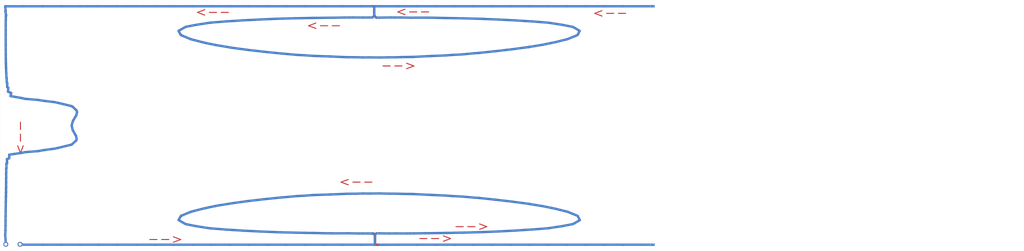
<source format=kicad_pcb>
(kicad_pcb (version 20240108) (generator "pcbnew") (generator_version "8.0")
  (layers (0 "F.Cu" signal) (31 "B.Cu" signal) (34 "B.Paste" user) (35 "F.Paste" user) (36 "B.SilkS" user "B.Silkscreen") (37 "F.SilkS" user "F.Silkscreen") (38 "B.Mask" user) (39 "F.Mask" user) (44 "Edge.Cuts" user))
  (net 0 "")
  (footprint "Connector_Wire:SolderWirePad_1x01_SMD_5x10mm" (layer "F.Cu") (at -205 -250 90)
    (property "Reference" "REF**" (at 0 -3.81 90) (layer "F.SilkS"))
    (property "Value" "SolderWirePad_1x01_SMD_5x10mm")
    (pad "1" smd rect (at 0 0 90) (size 5 10) (layers "B.Cu" "F.Paste" "F.Mask"))
  )
  (footprint "Edge.Cuts" (layer "F.Cu") (at 0 0)
    (property "Reference" "Edge.Cuts" (hide yes))
    (property "Value" "" (hide yes))
    (fp_line (start -1573 -255) (end -1573 255) (stroke (width 0.15)) (layer "Edge.Cuts"))
    (fp_line (start -1573 255) (end 1573 255) (stroke (width 0.15)) (layer "Edge.Cuts"))
    (fp_line (start 1573 -255) (end -1573 -255) (stroke (width 0.15)) (layer "Edge.Cuts"))
    (fp_line (start 1573 255) (end 1573 -255) (stroke (width 0.15)) (layer "Edge.Cuts"))
  )
  (footprint "Connector_Wire:SolderWirePad_1x01_SMD_5x10mm" (layer "F.Cu") (at -205 250 90)
    (property "Reference" "REF**" (at 0 -3.81 90) (layer "F.SilkS"))
    (property "Value" "SolderWirePad_1x01_SMD_5x10mm")
    (pad "1" smd rect (at 0 0 90) (size 5 10) (layers "B.Cu" "F.Paste" "F.Mask"))
  )
  (footprint "Connector:Banana_Jack_2Pin" (layer "F.Cu") (at -1560.9316 249.2248)
    (property "Reference" "REF**" (at 14.985 -6.24 0) (layer "F.SilkS"))
    (property "Value" "Banana_Jack_2Pin")
    (fp_line (start 0 5.25) (end 30 5.25) (stroke (width 0.12)) (layer "F.SilkS"))
    (fp_line (start 30 -5.25) (end 0 -5.25) (stroke (width 0.12)) (layer "F.SilkS"))
    (fp_arc (start 0 5.25) (mid -5.25 0) (end 0 -5.25) (stroke (width 0.12)) (layer "F.SilkS"))
    (fp_arc (start 30 -5.25) (mid 35.25 0) (end 30 5.25) (stroke (width 0.12)) (layer "F.SilkS"))
    (pad "1" thru_hole circle (at 0 0) (size 10.16 10.16) (drill 6.1) (layers "*.Cu" "*.Mask"))
    (pad "2" thru_hole circle (at 29.97 0) (size 10.16 10.16) (drill 6.1) (layers "*.Cu" "*.Mask"))
  )
  (gr_text "-->" (at -623 202 180) (layer "F.Cu") (effects (font (size 20 20) (thickness 2)) (justify left bottom mirror)))
  (gr_text "-->" (at -668 -228 0) (layer "F.Cu") (effects (font (size 20 20) (thickness 2)) (justify left bottom mirror)))
  (gr_text "-->" (at -855 -199 0) (layer "F.Cu") (effects (font (size 20 20) (thickness 2)) (justify left bottom mirror)))
  (gr_text "-->" (at -776 -135 180) (layer "F.Cu") (effects (font (size 20 20) (thickness 2)) (justify left bottom mirror)))
  (gr_text "-->" (at -1265 229 180) (layer "F.Cu") (effects (font (size 20 20) (thickness 2)) (justify left bottom mirror)))
  (gr_text "-->" (at -1520 -13 90) (layer "F.Cu") (effects (font (size 20 20) (thickness 2)) (justify left bottom mirror)))
  (gr_text "-->" (at -1088 -227 0) (layer "F.Cu") (effects (font (size 20 20) (thickness 2)) (justify left bottom mirror)))
  (gr_text "-->" (at -255 -225 0) (layer "F.Cu") (effects (font (size 20 20) (thickness 2)) (justify left bottom mirror)))
  (gr_text "-->" (at -787 129 0) (layer "F.Cu") (effects (font (size 20 20) (thickness 2)) (justify left bottom mirror)))
  (gr_text "-->" (at -699 227 180) (layer "F.Cu") (effects (font (size 20 20) (thickness 2)) (justify left bottom mirror)))
  (segment (start -788.3144 -230.632) (end -788.3144 -230.886) (width 5) (layer "F.Cu") (net 0))
  (segment (start -788.3144 -249.9868) (end -788.2636 -250.0376) (width 5) (layer "F.Cu") (net 0))
  (segment (start -783.7424 -226.06) (end -788.3144 -230.632) (width 5) (layer "F.Cu") (net 0))
  (segment (start -788.2636 -250.0376) (end -793.9532 -250.0376) (width 5) (layer "F.Cu") (net 0))
  (segment (start -786.7396 250.0884) (end -776.5796 250.0884) (width 5) (layer "F.Cu") (net 0))
  (segment (start -793.9532 -250.0376) (end -794.0548 -250.0376) (width 5) (layer "F.Cu") (net 0))
  (segment (start -788.3144 -230.886) (end -788.3144 -249.9868) (width 5) (layer "F.Cu") (net 0))
  (segment (start -786.7396 229.616) (end -786.7396 250.0884) (width 5) (layer "F.Cu") (net 0))
  (segment (start -789.8384 226.5172) (end -786.7396 229.616) (width 5) (layer "F.Cu") (net 0))
  (segment (start -792.5816 226.5172) (end -789.8384 226.5172) (width 5) (layer "F.Cu") (net 0))
  (segment (start -618.21 -225.0226) (end -638.45 -225.31) (width 5) (layer "B.Cu") (net 0))
  (segment (start -394.47 -211.1791) (end -423.02 -215.58) (width 5) (layer "B.Cu") (net 0))
  (segment (start -1561.37 190.1341) (end -1561.43 199.88) (width 5) (layer "B.Cu") (net 0))
  (segment (start -1447.61 -46.5628) (end -1423.73 -40.78) (width 5) (layer "B.Cu") (net 0))
  (segment (start -979.99 -150.712) (end -950.1 -148.01) (width 5) (layer "B.Cu") (net 0))
  (segment (start -984.74 -151.0561) (end -979.99 -150.71) (width 5) (layer "B.Cu") (net 0))
  (segment (start -1530.9616 249.2248) (end -1522.96 249.98) (width 5) (layer "B.Cu") (net 0))
  (segment (start -894.72 -249.9972) (end -933.97 -250) (width 5) (layer "B.Cu") (net 0))
  (segment (start -1012.05 153.9083) (end -1019.39 154.64) (width 5) (layer "B.Cu") (net 0))
  (segment (start -855.45 249.9973) (end -855.43 250) (width 5) (layer "B.Cu") (net 0))
  (segment (start -1092.7 -163.9799) (end -1088.45 -163.27) (width 5) (layer "B.Cu") (net 0))
  (segment (start -266.38 249.9944) (end -227.13 249.99) (width 5) (layer "B.Cu") (net 0))
  (segment (start -344.94 249.9961) (end -344.92 250) (width 5) (layer "B.Cu") (net 0))
  (segment (start -776.3764 250.1392) (end -737.63 250) (width 5) (layer "B.Cu") (net 0))
  (segment (start -713.19 226.3793) (end -704.03 226.34) (width 5) (layer "B.Cu") (net 0))
  (segment (start -368.74 -205.2108) (end -372.87 -206.98) (width 5) (layer "B.Cu") (net 0))
  (segment (start -1420.66 9.5516) (end -1420.05 10.54) (width 5) (layer "B.Cu") (net 0))
  (segment (start -880.82 144.6974) (end -882.4 144.78) (width 5) (layer "B.Cu") (net 0))
  (segment (start -1191.55 188.7632) (end -1193.71 189.77) (width 5) (layer "B.Cu") (net 0))
  (segment (start -915.46 -145.9101) (end -882.25 -144.8) (width 5) (layer "B.Cu") (net 0))
  (segment (start -855.43 249.9973) (end -816.18 250) (width 5) (layer "B.Cu") (net 0))
  (segment (start -851.05 -226.4) (end -872.57 -226.02) (width 5) (layer "B.Cu") (net 0))
  (segment (start -698.35 -249.9973) (end -698.36 -250) (width 5) (layer "B.Cu") (net 0))
  (segment (start -947.55 224.8347) (end -933.72 225.2) (width 5) (layer "B.Cu") (net 0))
  (segment (start -498.77 -159.8223) (end -472.74 -163.4) (width 5) (layer "B.Cu") (net 0))
  (segment (start -1553.69 68.7562) (end -1558.46 70.55) (width 5) (layer "B.Cu") (net 0))
  (segment (start -1146.48 -174.1036) (end -1140.23 -172.71) (width 5) (layer "B.Cu") (net 0))
  (segment (start -979.87 150.7295) (end -984.74 151.09) (width 5) (layer "B.Cu") (net 0))
  (segment (start -462.73 -249.9966) (end -462.75 -250) (width 5) (layer "B.Cu") (net 0))
  (segment (start -742.26 143.0286) (end -756.74 142.98) (width 5) (layer "B.Cu") (net 0))
  (segment (start -580.56 249.9972) (end -580.54 250) (width 5) (layer "B.Cu") (net 0))
  (segment (start -601.34 224.6733) (end -599.18 224.64) (width 5) (layer "B.Cu") (net 0))
  (segment (start -472.74 -163.4043) (end -463.54 -164.57) (width 5) (layer "B.Cu") (net 0))
  (segment (start -1195.38 -192.4342) (end -1193.85 -189.77) (width 5) (layer "B.Cu") (net 0))
  (segment (start -1483.72 -249.9858) (end -1483.8 -249.98) (width 5) (layer "B.Cu") (net 0))
  (segment (start -1522.97 -249.9766) (end -1523.14 -249.94) (width 5) (layer "B.Cu") (net 0))
  (segment (start -776.91 -249.9973) (end -788.416 -249.998091) (width 5) (layer "B.Cu") (net 0))
  (segment (start -1130.72 -215.7508) (end -1132.58 -215.58) (width 5) (layer "B.Cu") (net 0))
  (segment (start -372.66 206.9754) (end -368.58 205.28) (width 5) (layer "B.Cu") (net 0))
  (segment (start -463.18 164.4894) (end -498.47 159.78) (width 5) (layer "B.Cu") (net 0))
  (segment (start -1481.46 -51.6746) (end -1458.37 -48.97) (width 5) (layer "B.Cu") (net 0))
  (segment (start -619.83 -249.9972) (end -659.08 -250) (width 5) (layer "B.Cu") (net 0))
  (segment (start -1422.77 -0.1399) (end -1422.77 0.14) (width 5) (layer "B.Cu") (net 0))
  (segment (start -1088.45 -163.2665) (end -1058.8 -159.24) (width 5) (layer "B.Cu") (net 0))
  (segment (start -462.2 164.6602) (end -463.18 164.49) (width 5) (layer "B.Cu") (net 0))
  (segment (start -640 225.408) (end -635.33 225.35) (width 5) (layer "B.Cu") (net 0))
  (segment (start -1198.7 -198.3704) (end -1195.38 -192.43) (width 5) (layer "B.Cu") (net 0))
  (segment (start -1135.65 171.8571) (end -1147.91 174.55) (width 5) (layer "B.Cu") (net 0))
  (segment (start -1169.59 -249.9964) (end -1169.61 -250) (width 5) (layer "B.Cu") (net 0))
  (segment (start -1051.8 -249.9968) (end -1091.05 -250) (width 5) (layer "B.Cu") (net 0))
  (segment (start -1493.01 -53.5706) (end -1481.46 -51.67) (width 5) (layer "B.Cu") (net 0))
  (segment (start -357.53 -198.3704) (end -368.74 -205.21) (width 5) (layer "B.Cu") (net 0))
  (segment (start -1171.18 -180.4781) (end -1163.66 -178.53) (width 5) (layer "B.Cu") (net 0))
  (segment (start -1412.64 -31.6131) (end -1411.51 -28.22) (width 5) (layer "B.Cu") (net 0))
  (segment (start -1405.2 -249.9919) (end -1405.24 -249.99) (width 5) (layer "B.Cu") (net 0))
  (segment (start -1560.78 159.7805) (end -1560.96 160.19) (width 5) (layer "B.Cu") (net 0))
  (segment (start -915.38 225.4342) (end -893.25 226.01) (width 5) (layer "B.Cu") (net 0))
  (segment (start -994.08 223.6701) (end -992.13 223.76) (width 5) (layer "B.Cu") (net 0))
  (segment (start -266.38 -249.9944) (end -266.4 -250) (width 5) (layer "B.Cu") (net 0))
  (segment (start -1559.43 89.5858) (end -1560.18 90.31) (width 5) (layer "B.Cu") (net 0))
  (segment (start -1173.5 -181.1606) (end -1171.18 -180.48) (width 5) (layer "B.Cu") (net 0))
  (segment (start -742.31 226.3392) (end -720.84 226.47) (width 5) (layer "B.Cu") (net 0))
  (segment (start -1054.03 158.6308) (end -1058.77 159.34) (width 5) (layer "B.Cu") (net 0))
  (segment (start -1560.02 109.6713) (end -1560.32 110.29) (width 5) (layer "B.Cu") (net 0))
  (segment (start -742.26 -142.9556) (end -731.47 -143.38) (width 5) (layer "B.Cu") (net 0))
  (segment (start -1561.15 -199.8341) (end -1561.17 -190.16) (width 5) (layer "B.Cu") (net 0))
  (segment (start -603.69 149.0763) (end -624.99 148) (width 5) (layer "B.Cu") (net 0))
  (segment (start -604.85 -224.6929) (end -618.21 -225.02) (width 5) (layer "B.Cu") (net 0))
  (segment (start -1091.07 -249.9966) (end -1130.32 -250) (width 5) (layer "B.Cu") (net 0))
  (segment (start -383.53 180.7904) (end -387.2 179.9) (width 5) (layer "B.Cu") (net 0))
  (segment (start -1560.15 -230.3264) (end -1560.83 -229.79) (width 5) (layer "B.Cu") (net 0))
  (segment (start -1444.46 -249.9895) (end -1444.52 -249.99) (width 5) (layer "B.Cu") (net 0))
  (segment (start -1115.03 167.7066) (end -1122.7 169.18) (width 5) (layer "B.Cu") (net 0))
  (segment (start -1019.39 -154.6127) (end -1011.38 -153.81) (width 5) (layer "B.Cu") (net 0))
  (segment (start -1012.51 -249.9971) (end -1012.52 -250) (width 5) (layer "B.Cu") (net 0))
  (segment (start -361.9 -189.7655) (end -360.71 -191.52) (width 5) (layer "B.Cu") (net 0))
  (segment (start -510.23 -158.5649) (end -499.77 -159.66) (width 5) (layer "B.Cu") (net 0))
  (segment (start -1561 169.8126) (end -1561.15 170.17) (width 5) (layer "B.Cu") (net 0))
  (segment (start -1133.45 215.5803) (end -1130.88 215.82) (width 5) (layer "B.Cu") (net 0))
  (segment (start -562.16 223.5871) (end -559.32 223.46) (width 5) (layer "B.Cu") (net 0))
  (segment (start -952.15 -224.8414) (end -955.04 -224.8) (width 5) (layer "B.Cu") (net 0))
  (segment (start -526.37 222.1762) (end -515.9 221.59) (width 5) (layer "B.Cu") (net 0))
  (segment (start -423.46 -249.9964) (end -423.48 -250) (width 5) (layer "B.Cu") (net 0))
  (segment (start -1561.17 -209.8374) (end -1561.14 -200.17) (width 5) (layer "B.Cu") (net 0))
  (segment (start -382.85 -181.1606) (end -363.11 -189.1) (width 5) (layer "B.Cu") (net 0))
  (segment (start -1414.73 -18.6892) (end -1419.41 -10.63) (width 5) (layer "B.Cu") (net 0))
  (segment (start -1561.07 -179.8226) (end -1561.17 -170.16) (width 5) (layer "B.Cu") (net 0))
  (segment (start -816.16 249.9973) (end -786.6888 249.999327) (width 5) (layer "B.Cu") (net 0))
  (segment (start -417.24 172.8118) (end -432.54 169.62) (width 5) (layer "B.Cu") (net 0))
  (segment (start -894.7 249.9973) (end -855.45 250) (width 5) (layer "B.Cu") (net 0))
  (segment (start -1405.2 249.9919) (end -1365.97 249.99) (width 5) (layer "B.Cu") (net 0))
  (segment (start -491.34 -220.3445) (end -515.79 -221.54) (width 5) (layer "B.Cu") (net 0))
  (segment (start -600.45 -224.631) (end -604.85 -224.69) (width 5) (layer "B.Cu") (net 0))
  (segment (start -457.04 218.1566) (end -423.91 215.58) (width 5) (layer "B.Cu") (net 0))
  (segment (start -1423.04 40.1007) (end -1423.73 40.34) (width 5) (layer "B.Cu") (net 0))
  (segment (start -541.27 -249.9969) (end -541.29 -250) (width 5) (layer "B.Cu") (net 0))
  (segment (start -1121.28 -168.8543) (end -1098.27 -164.95) (width 5) (layer "B.Cu") (net 0))
  (segment (start -1560.18 90.3064) (end -1559.86 99.65) (width 5) (layer "B.Cu") (net 0))
  (segment (start -1413 -21.5606) (end -1414.73 -18.69) (width 5) (layer "B.Cu") (net 0))
  (segment (start -737.63 249.9973) (end -737.62 250) (width 5) (layer "B.Cu") (net 0))
  (segment (start -559.3 -223.4515) (end -562.04 -223.58) (width 5) (layer "B.Cu") (net 0))
  (segment (start -1481.51 51.6676) (end -1493.01 53.75) (width 5) (layer "B.Cu") (net 0))
  (segment (start -720.84 226.4735) (end -713.19 226.38) (width 5) (layer "B.Cu") (net 0))
  (segment (start -1027.89 -222.2845) (end -1037.79 -221.75) (width 5) (layer "B.Cu") (net 0))
  (segment (start -1415.52 18.8039) (end -1413.79 21.45) (width 5) (layer "B.Cu") (net 0))
  (segment (start -1173.23 181.1606) (end -1191.55 188.76) (width 5) (layer "B.Cu") (net 0))
  (segment (start -462.75 -249.9968) (end -502 -250) (width 5) (layer "B.Cu") (net 0))
  (segment (start -368.58 205.2799) (end -357.11 198.37) (width 5) (layer "B.Cu") (net 0))
  (segment (start -753.12 -226.509) (end -776.9 -226.24) (width 5) (layer "B.Cu") (net 0))
  (segment (start -825.51 143.0447) (end -846.18 143.25) (width 5) (layer "B.Cu") (net 0))
  (segment (start -797.96 -226.5033) (end -811.3 -226.38) (width 5) (layer "B.Cu") (net 0))
  (segment (start -1129.8 -215.8163) (end -1130.72 -215.75) (width 5) (layer "B.Cu") (net 0))
  (segment (start -1160.22 211.4353) (end -1133.45 215.58) (width 5) (layer "B.Cu") (net 0))
  (segment (start -1193.85 -189.7655) (end -1191.62 -188.73) (width 5) (layer "B.Cu") (net 0))
  (segment (start -1557.86 -89.3585) (end -1558.04 -80.61) (width 5) (layer "B.Cu") (net 0))
  (segment (start -783.7424 -226.06) (end -783.8164 -226.24) (width 5) (layer "B.Cu") (net 0))
  (segment (start -418.61 -172.7053) (end -408.78 -174.65) (width 5) (layer "B.Cu") (net 0))
  (segment (start -423.6 -215.6339) (end -456.92 -218.21) (width 5) (layer "B.Cu") (net 0))
  (segment (start -1560.2 129.6969) (end -1560.39 130.27) (width 5) (layer "B.Cu") (net 0))
  (segment (start -384.19 249.9961) (end -344.94 250) (width 5) (layer "B.Cu") (net 0))
  (segment (start -1560.1 -110.3172) (end -1559.76 -109.63) (width 5) (layer "B.Cu") (net 0))
  (segment (start -1287.42 -249.9944) (end -1326.66 -249.99) (width 5) (layer "B.Cu") (net 0))
  (segment (start -950.1 -148.0143) (end -934.84 -147.26) (width 5) (layer "B.Cu") (net 0))
  (segment (start -1553.62 61.2533) (end -1553.69 68.76) (width 5) (layer "B.Cu") (net 0))
  (segment (start -792.5816 226.5172) (end -792.5816 226.6696) (width 5) (layer "B.Cu") (net 0))
  (segment (start -360.71 -191.5226) (end -357.53 -198.37) (width 5) (layer "B.Cu") (net 0))
  (segment (start -1448.74 46.3999) (end -1458.37 48.58) (width 5) (layer "B.Cu") (net 0))
  (segment (start -973.24 249.9972) (end -933.98 250) (width 5) (layer "B.Cu") (net 0))
  (segment (start -1560.33 120.2845) (end -1560.2 129.7) (width 5) (layer "B.Cu") (net 0))
  (segment (start -502.02 -249.9969) (end -541.27 -250) (width 5) (layer "B.Cu") (net 0))
  (segment (start -1559.63 -100.3851) (end -1559.03 -99.53) (width 5) (layer "B.Cu") (net 0))
  (segment (start -1522.96 249.9758) (end -1483.81 249.98) (width 5) (layer "B.Cu") (net 0))
  (segment (start -1012.52 249.997) (end -1012.51 250) (width 5) (layer "B.Cu") (net 0))
  (segment (start -1248.13 249.9957) (end -1208.88 250) (width 5) (layer "B.Cu") (net 0))
  (segment (start -384.21 249.9964) (end -384.19 250) (width 5) (layer "B.Cu") (net 0))
  (segment (start -1559 -90.4763) (end -1557.86 -89.36) (width 5) (layer "B.Cu") (net 0))
  (segment (start -1551 -61.6327) (end -1527.66 -57.56) (width 5) (layer "B.Cu") (net 0))
  (segment (start -534.41 -155.7253) (end -510.23 -158.56) (width 5) (layer "B.Cu") (net 0))
  (segment (start -363.11 -189.0974) (end -361.9 -189.77) (width 5) (layer "B.Cu") (net 0))
  (segment (start -1098.27 -164.9539) (end -1092.7 -163.98) (width 5) (layer "B.Cu") (net 0))
  (segment (start -668.69 145.6546) (end -672.98 145.39) (width 5) (layer "B.Cu") (net 0))
  (segment (start -776.9 226.2277) (end -756.49 226.47) (width 5) (layer "B.Cu") (net 0))
  (segment (start -638.33 146.9457) (end -668.69 145.65) (width 5) (layer "B.Cu") (net 0))
  (segment (start -1097.61 218.4148) (end -1082.72 219.28) (width 5) (layer "B.Cu") (net 0))
  (segment (start -382.41 181.1606) (end -383.53 180.79) (width 5) (layer "B.Cu") (net 0))
  (segment (start -1208.86 -249.9961) (end -1208.88 -250) (width 5) (layer "B.Cu") (net 0))
  (segment (start -227.13 -249.9944) (end -266.38 -249.99) (width 5) (layer "B.Cu") (net 0))
  (segment (start -846.18 143.2516) (end -878.39 144.63) (width 5) (layer "B.Cu") (net 0))
  (segment (start -266.4 249.9951) (end -266.38 249.99) (width 5) (layer "B.Cu") (net 0))
  (segment (start -1560.9316 249.2248) (end -1561.41 239.87) (width 5) (layer "B.Cu") (net 0))
  (segment (start -811.54 142.6195) (end -825.51 143.04) (width 5) (layer "B.Cu") (net 0))
  (segment (start -840.49 -226.4385) (end -851.05 -226.4) (width 5) (layer "B.Cu") (net 0))
  (segment (start -1520.98 55.9662) (end -1527.66 57.48) (width 5) (layer "B.Cu") (net 0))
  (segment (start -1560.54 140.2538) (end -1560.54 149.75) (width 5) (layer "B.Cu") (net 0))
  (segment (start -1082.83 -219.2282) (end -1097.5 -218.37) (width 5) (layer "B.Cu") (net 0))
  (segment (start -833.14 -226.5309) (end -840.49 -226.44) (width 5) (layer "B.Cu") (net 0))
  (segment (start -1458.37 48.5784) (end -1481.51 51.67) (width 5) (layer "B.Cu") (net 0))
  (segment (start -662.87 -225.9546) (end -672.16 -226.09) (width 5) (layer "B.Cu") (net 0))
  (segment (start -1130.32 249.9966) (end -1091.07 250) (width 5) (layer "B.Cu") (net 0))
  (segment (start -991.97 -223.7785) (end -994.05 -223.68) (width 5) (layer "B.Cu") (net 0))
  (segment (start -1195.17 192.3426) (end -1198.58 198.37) (width 5) (layer "B.Cu") (net 0))
  (segment (start -816.16 -249.9973) (end -816.18 -250) (width 5) (layer "B.Cu") (net 0))
  (segment (start -1561.7 219.9142) (end -1561.56 220.09) (width 5) (layer "B.Cu") (net 0))
  (segment (start -1560.47 -120.2638) (end -1560.26 -119.71) (width 5) (layer "B.Cu") (net 0))
  (segment (start -559.32 223.4624) (end -526.37 222.18) (width 5) (layer "B.Cu") (net 0))
  (segment (start -1020.82 -154.8004) (end -1019.39 -154.61) (width 5) (layer "B.Cu") (net 0))
  (segment (start -680.03 -226.169) (end -711.03 -226.05) (width 5) (layer "B.Cu") (net 0))
  (segment (start -973.26 249.9971) (end -973.24 250) (width 5) (layer "B.Cu") (net 0))
  (segment (start -1561.15 170.1661) (end -1561.18 179.84) (width 5) (layer "B.Cu") (net 0))
  (segment (start -737.63 -249.9973) (end -776.89 -250) (width 5) (layer "B.Cu") (net 0))
  (segment (start -541.27 249.9969) (end -502.02 250) (width 5) (layer "B.Cu") (net 0))
  (segment (start -952.78 224.766) (end -947.55 224.83) (width 5) (layer "B.Cu") (net 0))
  (segment (start -1560.11 119.6837) (end -1560.33 120.28) (width 5) (layer "B.Cu") (net 0))
  (segment (start -1561.19 -240.1279) (end -1561.8 -239.92) (width 5) (layer "B.Cu") (net 0))
  (segment (start -1413.32 31.5148) (end -1422.44 39.81) (width 5) (layer "B.Cu") (net 0))
  (segment (start -1560.96 -140.1932) (end -1560.81 -139.79) (width 5) (layer "B.Cu") (net 0))
  (segment (start -811.02 226.437) (end -801.37 226.52) (width 5) (layer "B.Cu") (net 0))
  (segment (start -1091.07 249.9966) (end -1091.05 250) (width 5) (layer "B.Cu") (net 0))
  (segment (start -1561.03 -169.8173) (end -1561.15 -160.17) (width 5) (layer "B.Cu") (net 0))
  (segment (start -1560.93 -149.8028) (end -1560.96 -140.19) (width 5) (layer "B.Cu") (net 0))
  (segment (start -305.65 -249.9951) (end -305.67 -250) (width 5) (layer "B.Cu") (net 0))
  (segment (start -1458.37 -48.9714) (end -1447.61 -46.56) (width 5) (layer "B.Cu") (net 0))
  (segment (start -1444.52 249.9853) (end -1444.46 249.99) (width 5) (layer "B.Cu") (net 0))
  (segment (start -1287.4 249.9951) (end -1248.15 250) (width 5) (layer "B.Cu") (net 0))
  (segment (start -1523.14 -249.9412) (end -1562.07 -249.94) (width 5) (layer "B.Cu") (net 0))
  (segment (start -344.94 -249.9961) (end -384.19 -250) (width 5) (layer "B.Cu") (net 0))
  (segment (start -1037.7 221.789) (end -1027.98 222.33) (width 5) (layer "B.Cu") (net 0))
  (segment (start -1058.77 159.3356) (end -1084.88 162.87) (width 5) (layer "B.Cu") (net 0))
  (segment (start -463.24 -164.6053) (end -462.72 -164.69) (width 5) (layer "B.Cu") (net 0))
  (segment (start -1444.46 249.9895) (end -1405.24 249.99) (width 5) (layer "B.Cu") (net 0))
  (segment (start -383.63 -180.8987) (end -382.85 -181.16) (width 5) (layer "B.Cu") (net 0))
  (segment (start -1420.09 -9.4684) (end -1422.77 -0.14) (width 5) (layer "B.Cu") (net 0))
  (segment (start -668.24 -145.723) (end -638.33 -146.91) (width 5) (layer "B.Cu") (net 0))
  (segment (start -423.29 215.497) (end -394.54 211.15) (width 5) (layer "B.Cu") (net 0))
  (segment (start -1405.24 249.9895) (end -1405.2 249.99) (width 5) (layer "B.Cu") (net 0))
  (segment (start -1365.93 -249.9934) (end -1365.97 -249.99) (width 5) (layer "B.Cu") (net 0))
  (segment (start -1011.38 -153.8097) (end -984.74 -151.06) (width 5) (layer "B.Cu") (net 0))
  (segment (start -980.14 -224.1852) (end -991.97 -223.78) (width 5) (layer "B.Cu") (net 0))
  (segment (start -1560.6 -129.7546) (end -1560.47 -120.26) (width 5) (layer "B.Cu") (net 0))
  (segment (start -1097.5 -218.3676) (end -1129.8 -215.82) (width 5) (layer "B.Cu") (net 0))
  (segment (start -1444.52 -249.9858) (end -1483.72 -249.99) (width 5) (layer "B.Cu") (net 0))
  (segment (start -462.75 249.9968) (end -462.73 250) (width 5) (layer "B.Cu") (net 0))
  (segment (start -955.04 -224.7992) (end -980.14 -224.19) (width 5) (layer "B.Cu") (net 0))
  (segment (start -917.48 -225.4919) (end -952.15 -224.84) (width 5) (layer "B.Cu") (net 0))
  (segment (start -1287.42 249.9944) (end -1287.4 250) (width 5) (layer "B.Cu") (net 0))
  (segment (start -786.6888 229.2096) (end -783.7092 226.23) (width 5) (layer "B.Cu") (net 0))
  (segment (start -1422.77 0.1401) (end -1420.66 9.55) (width 5) (layer "B.Cu") (net 0))
  (segment (start -1561.08 -150.1751) (end -1560.93 -149.8) (width 5) (layer "B.Cu") (net 0))
  (segment (start -635.33 225.3471) (end -601.34 224.67) (width 5) (layer "B.Cu") (net 0))
  (segment (start -580.54 249.9971) (end -541.29 250) (width 5) (layer "B.Cu") (net 0))
  (segment (start -737.62 249.9973) (end -698.36 250) (width 5) (layer "B.Cu") (net 0))
  (segment (start -994.05 -223.6823) (end -1027.89 -222.28) (width 5) (layer "B.Cu") (net 0))
  (segment (start -933.97 -249.9972) (end -933.98 -250) (width 5) (layer "B.Cu") (net 0))
  (segment (start -756.91 -142.953) (end -742.26 -142.96) (width 5) (layer "B.Cu") (net 0))
  (segment (start -394.54 211.1495) (end -372.66 206.98) (width 5) (layer "B.Cu") (net 0))
  (segment (start -432.54 169.6193) (end -461.03 164.89) (width 5) (layer "B.Cu") (net 0))
  (segment (start -881.86 226.1602) (end -879.4 226.17) (width 5) (layer "B.Cu") (net 0))
  (segment (start -1248.15 249.9951) (end -1248.13 250) (width 5) (layer "B.Cu") (net 0))
  (segment (start -811.3 -226.3844) (end -833.14 -226.53) (width 5) (layer "B.Cu") (net 0))
  (segment (start -203 -250) (end -227.13 -249.99) (width 5) (layer "B.Cu") (net 0))
  (segment (start -541.29 249.9971) (end -541.27 250) (width 5) (layer "B.Cu") (net 0))
  (segment (start -574.74 -224.0095) (end -600.45 -224.63) (width 5) (layer "B.Cu") (net 0))
  (segment (start -776.91 249.9973) (end -776.9 250) (width 5) (layer "B.Cu") (net 0))
  (segment (start -707.62 143.7298) (end -731.72 143.42) (width 5) (layer "B.Cu") (net 0))
  (segment (start -878.39 144.6331) (end -880.82 144.7) (width 5) (layer "B.Cu") (net 0))
  (segment (start -878.6 -144.6646) (end -846.18 -143.23) (width 5) (layer "B.Cu") (net 0))
  (segment (start -344.92 249.9957) (end -305.67 250) (width 5) (layer "B.Cu") (net 0))
  (segment (start -1560.99 -159.8118) (end -1561.08 -150.18) (width 5) (layer "B.Cu") (net 0))
  (segment (start -793.8113 -249.9973) (end -793.8008 -249.9868) (width 5) (layer "B.Cu") (net 0))
  (segment (start -1132.58 -215.5803) (end -1160.07 -211.37) (width 5) (layer "B.Cu") (net 0))
  (segment (start -619.81 249.9972) (end -580.56 250) (width 5) (layer "B.Cu") (net 0))
  (segment (start -893.25 226.0143) (end -881.86 226.16) (width 5) (layer "B.Cu") (net 0))
  (segment (start -915.46 145.8721) (end -934.83 147.26) (width 5) (layer "B.Cu") (net 0))
  (segment (start -1560.3 100.2883) (end -1560.02 109.67) (width 5) (layer "B.Cu") (net 0))
  (segment (start -581.22 224.1852) (end -562.16 223.59) (width 5) (layer "B.Cu") (net 0))
  (segment (start -1558.04 -80.6148) (end -1555.66 -79.04) (width 5) (layer "B.Cu") (net 0))
  (segment (start -1561.18 179.8392) (end -1561.28 180.15) (width 5) (layer "B.Cu") (net 0))
  (segment (start -1183.24 206.9754) (end -1160.22 211.44) (width 5) (layer "B.Cu") (net 0))
  (segment (start -462.72 -164.6949) (end -433.96 -169.52) (width 5) (layer "B.Cu") (net 0))
  (segment (start -227.13 249.9944) (end -203 250) (width 5) (layer "B.Cu") (net 0))
  (segment (start -879.5 -225.9941) (end -913.95 -225.53) (width 5) (layer "B.Cu") (net 0))
  (segment (start -934.83 147.2588) (end -950.1 148.04) (width 5) (layer "B.Cu") (net 0))
  (segment (start -386.45 -180.212) (end -383.63 -180.9) (width 5) (layer "B.Cu") (net 0))
  (segment (start -776.9 -226.24) (end -783.7424 -226.06) (width 5) (layer "B.Cu") (net 0))
  (segment (start -792.734 226.5172) (end -792.5816 226.5172) (width 5) (layer "B.Cu") (net 0))
  (segment (start -515.79 -221.5438) (end -526.46 -222.14) (width 5) (layer "B.Cu") (net 0))
  (segment (start -1122.7 169.1755) (end -1135.65 171.86) (width 5) (layer "B.Cu") (net 0))
  (segment (start -792.7312 226.52) (end -792.734 226.5172) (width 5) (layer "B.Cu") (net 0))
  (segment (start -1037.79 -221.7506) (end -1063.15 -220.52) (width 5) (layer "B.Cu") (net 0))
  (segment (start -638.33 -146.9062) (end -624.79 -147.97) (width 5) (layer "B.Cu") (net 0))
  (segment (start -470.66 218.9643) (end -457.04 218.16) (width 5) (layer "B.Cu") (net 0))
  (segment (start -541.29 -249.9971) (end -580.54 -250) (width 5) (layer "B.Cu") (net 0))
  (segment (start -786.6888 249.999327) (end -786.6888 229.2096) (width 5) (layer "B.Cu") (net 0))
  (segment (start -1562.07 -249.9412) (end -1561.19 -240.13) (width 5) (layer "B.Cu") (net 0))
  (segment (start -578.58 151.3093) (end -603.69 149.08) (width 5) (layer "B.Cu") (net 0))
  (segment (start -1560.32 110.2859) (end -1560.11 119.68) (width 5) (layer "B.Cu") (net 0))
  (segment (start -731.47 -143.3788) (end -707.62 -143.73) (width 5) (layer "B.Cu") (net 0))
  (segment (start -387.2 179.8952) (end -408.56 174.56) (width 5) (layer "B.Cu") (net 0))
  (segment (start -1248.15 -249.9951) (end -1287.4 -250) (width 5) (layer "B.Cu") (net 0))
  (segment (start -894.7 -249.9973) (end -894.72 -250) (width 5) (layer "B.Cu") (net 0))
  (segment (start -305.65 249.9951) (end -266.4 250) (width 5) (layer "B.Cu") (net 0))
  (segment (start -659.1 -249.9973) (end -698.35 -250) (width 5) (layer "B.Cu") (net 0))
  (segment (start -992.13 223.7568) (end -984.04 224.06) (width 5) (layer "B.Cu") (net 0))
  (segment (start -1183.14 -206.9754) (end -1186.03 -205.55) (width 5) (layer "B.Cu") (net 0))
  (segment (start -499.77 -159.6635) (end -498.77 -159.82) (width 5) (layer "B.Cu") (net 0))
  (segment (start -624.99 147.9955) (end -638.33 146.95) (width 5) (layer "B.Cu") (net 0))
  (segment (start -619.83 249.9972) (end -619.81 250) (width 5) (layer "B.Cu") (net 0))
  (segment (start -1560.87 -220.2061) (end -1561.14 -219.83) (width 5) (layer "B.Cu") (net 0))
  (segment (start -1527.66 -57.5574) (end -1521.21 -55.93) (width 5) (layer "B.Cu") (net 0))
  (segment (start -1163.66 -178.5291) (end -1146.48 -174.1) (width 5) (layer "B.Cu") (net 0))
  (segment (start -1063.15 -220.5169) (end -1082.83 -219.23) (width 5) (layer "B.Cu") (net 0))
  (segment (start -1527.66 57.4774) (end -1553.62 61.25) (width 5) (layer "B.Cu") (net 0))
  (segment (start -1054.03 -158.5458) (end -1020.82 -154.8) (width 5) (layer "B.Cu") (net 0))
  (segment (start -674.13 225.9234) (end -640 225.41) (width 5) (layer "B.Cu") (net 0))
  (segment (start -423.48 249.9966) (end -423.46 250) (width 5) (layer "B.Cu") (net 0))
  (segment (start -1483.81 249.9758) (end -1483.72 249.99) (width 5) (layer "B.Cu") (net 0))
  (segment (start -1561.14 -200.1678) (end -1561.15 -199.83) (width 5) (layer "B.Cu") (net 0))
  (segment (start -1560.83 -229.7883) (end -1560.87 -220.21) (width 5) (layer "B.Cu") (net 0))
  (segment (start -491.33 220.3524) (end -470.66 218.96) (width 5) (layer "B.Cu") (net 0))
  (segment (start -569.05 151.91) (end -578.58 151.31) (width 5) (layer "B.Cu") (net 0))
  (segment (start -698.35 249.9973) (end -659.1 250) (width 5) (layer "B.Cu") (net 0))
  (segment (start -1561.8 -239.9157) (end -1560.15 -230.33) (width 5) (layer "B.Cu") (net 0))
  (segment (start -1561.11 -189.8284) (end -1561.18 -180.16) (width 5) (layer "B.Cu") (net 0))
  (segment (start -674.32 -226.1057) (end -680.03 -226.17) (width 5) (layer "B.Cu") (net 0))
  (segment (start -1561.46 210.121) (end -1561.7 219.91) (width 5) (layer "B.Cu") (net 0))
  (segment (start -1549.66 -68.1742) (end -1551 -61.63) (width 5) (layer "B.Cu") (net 0))
  (segment (start -1186.03 -205.5548) (end -1198.7 -198.37) (width 5) (layer "B.Cu") (net 0))
  (segment (start -1051.8 249.9968) (end -1051.78 250) (width 5) (layer "B.Cu") (net 0))
  (segment (start -1420.97 -39.5966) (end -1412.64 -31.61) (width 5) (layer "B.Cu") (net 0))
  (segment (start -984.74 151.0865) (end -1012.05 153.91) (width 5) (layer "B.Cu") (net 0))
  (segment (start -1248.13 -249.9957) (end -1248.15 -250) (width 5) (layer "B.Cu") (net 0))
  (segment (start -1130.34 -249.9964) (end -1169.59 -250) (width 5) (layer "B.Cu") (net 0))
  (segment (start -672.98 -145.4442) (end -668.24 -145.72) (width 5) (layer "B.Cu") (net 0))
  (segment (start -1556.24 -70.876) (end -1549.66 -68.17) (width 5) (layer "B.Cu") (net 0))
  (segment (start -1561.56 220.0931) (end -1562.2 229.98) (width 5) (layer "B.Cu") (net 0))
  (segment (start -1191.62 -188.7324) (end -1173.5 -181.16) (width 5) (layer "B.Cu") (net 0))
  (segment (start -811.54 -142.6912) (end -796.81 -142.81) (width 5) (layer "B.Cu") (net 0))
  (segment (start -788.416 -249.998091) (end -788.416 -230.033135) (width 5) (layer "B.Cu") (net 0))
  (segment (start -423.46 249.9964) (end -384.21 250) (width 5) (layer "B.Cu") (net 0))
  (segment (start -1090.35 163.7804) (end -1115.03 167.71) (width 5) (layer "B.Cu") (net 0))
  (segment (start -675.7 -145.3719) (end -672.98 -145.44) (width 5) (layer "B.Cu") (net 0))
  (segment (start -1027.98 222.3263) (end -994.08 223.67) (width 5) (layer "B.Cu") (net 0))
  (segment (start -305.67 -249.9957) (end -344.92 -250) (width 5) (layer "B.Cu") (net 0))
  (segment (start -498.47 159.7765) (end -499.77 159.57) (width 5) (layer "B.Cu") (net 0))
  (segment (start -1561.15 -160.1658) (end -1560.99 -159.81) (width 5) (layer "B.Cu") (net 0))
  (segment (start -933.98 249.9972) (end -933.97 250) (width 5) (layer "B.Cu") (net 0))
  (segment (start -756.49 226.4692) (end -742.31 226.34) (width 5) (layer "B.Cu") (net 0))
  (segment (start -783.7092 226.23) (end -776.9 226.23) (width 5) (layer "B.Cu") (net 0))
  (segment (start -1561.28 180.1465) (end -1561.32 189.86) (width 5) (layer "B.Cu") (net 0))
  (segment (start -1169.61 249.9961) (end -1169.59 250) (width 5) (layer "B.Cu") (net 0))
  (segment (start -816.18 -249.9973) (end -855.43 -250) (width 5) (layer "B.Cu") (net 0))
  (segment (start -1326.66 -249.9944) (end -1326.69 -249.99) (width 5) (layer "B.Cu") (net 0))
  (segment (start -776.9 249.9973) (end -776.89 250) (width 5) (layer "B.Cu") (net 0))
  (segment (start -579.14 -151.388) (end -569.05 -152.09) (width 5) (layer "B.Cu") (net 0))
  (segment (start -569.05 -152.0922) (end -537.68 -155.44) (width 5) (layer "B.Cu") (net 0))
  (segment (start -470.77 -219.0097) (end -491.34 -220.34) (width 5) (layer "B.Cu") (net 0))
  (segment (start -1559.03 -99.5275) (end -1559 -90.48) (width 5) (layer "B.Cu") (net 0))
  (segment (start -1561.54 209.8911) (end -1561.46 210.12) (width 5) (layer "B.Cu") (net 0))
  (segment (start -816.18 249.9973) (end -816.16 250) (width 5) (layer "B.Cu") (net 0))
  (segment (start -1560.75 150.2241) (end -1560.78 159.78) (width 5) (layer "B.Cu") (net 0))
  (segment (start -882.4 144.7817) (end -915.46 145.87) (width 5) (layer "B.Cu") (net 0))
  (segment (start -737.62 -249.9973) (end -737.63 -250) (width 5) (layer "B.Cu") (net 0))
  (segment (start -1019.39 154.6409) (end -1020.71 154.82) (width 5) (layer "B.Cu") (net 0))
  (segment (start -820.99 226.4878) (end -811.02 226.44) (width 5) (layer "B.Cu") (net 0))
  (segment (start -1560.39 130.2749) (end -1560.34 139.72) (width 5) (layer "B.Cu") (net 0))
  (segment (start -603.69 -149.0432) (end -579.14 -151.39) (width 5) (layer "B.Cu") (net 0))
  (segment (start -423.48 -249.9966) (end -462.73 -250) (width 5) (layer "B.Cu") (net 0))
  (segment (start -1412.31 28.3387) (end -1413.32 31.51) (width 5) (layer "B.Cu") (net 0))
  (segment (start -502 249.9968) (end -462.75 250) (width 5) (layer "B.Cu") (net 0))
  (segment (start -1169.59 249.9964) (end -1130.34 250) (width 5) (layer "B.Cu") (net 0))
  (segment (start -502.02 249.9969) (end -502 250) (width 5) (layer "B.Cu") (net 0))
  (segment (start -1208.88 -249.9957) (end -1248.13 -250) (width 5) (layer "B.Cu") (net 0))
  (segment (start -776.89 249.9973) (end -776.3764 250.1392) (width 5) (layer "B.Cu") (net 0))
  (segment (start -624.79 -147.9663) (end -603.69 -149.04) (width 5) (layer "B.Cu") (net 0))
  (segment (start -344.92 -249.9957) (end -344.94 -250) (width 5) (layer "B.Cu") (net 0))
  (segment (start -514.02 158.0303) (end -534.41 155.58) (width 5) (layer "B.Cu") (net 0))
  (segment (start -659.08 249.9972) (end -619.83 250) (width 5) (layer "B.Cu") (net 0))
  (segment (start -913.95 -225.5339) (end -917.48 -225.49) (width 5) (layer "B.Cu") (net 0))
  (segment (start -894.72 249.9972) (end -894.7 250) (width 5) (layer "B.Cu") (net 0))
  (segment (start -1365.97 249.9919) (end -1365.93 249.99) (width 5) (layer "B.Cu") (net 0))
  (segment (start -1012.51 249.9971) (end -973.26 250) (width 5) (layer "B.Cu") (net 0))
  (segment (start -672.98 145.3898) (end -675.38 145.33) (width 5) (layer "B.Cu") (net 0))
  (segment (start -846.18 -143.2301) (end -825.32 -143.07) (width 5) (layer "B.Cu") (net 0))
  (segment (start -515.9 221.5922) (end -491.33 220.35) (width 5) (layer "B.Cu") (net 0))
  (segment (start -526.46 -222.1375) (end -559.3 -223.45) (width 5) (layer "B.Cu") (net 0))
  (segment (start -1422.44 39.8111) (end -1423.04 40.1) (width 5) (layer "B.Cu") (net 0))
  (segment (start -707.62 -143.7306) (end -675.7 -145.37) (width 5) (layer "B.Cu") (net 0))
  (segment (start -1562.2 229.9842) (end -1561.41 239.87) (width 5) (layer "B.Cu") (net 0))
  (segment (start -1561.14 -219.8335) (end -1561.06 -210.18) (width 5) (layer "B.Cu") (net 0))
  (segment (start -1560.81 -139.7854) (end -1560.76 -130.22) (width 5) (layer "B.Cu") (net 0))
  (segment (start -796.39 142.7469) (end -811.54 142.62) (width 5) (layer "B.Cu") (net 0))
  (segment (start -1561.42 200.1267) (end -1561.54 209.89) (width 5) (layer "B.Cu") (net 0))
  (segment (start -681.41 225.9589) (end -674.13 225.92) (width 5) (layer "B.Cu") (net 0))
  (segment (start -1561.43 199.8754) (end -1561.42 200.13) (width 5) (layer "B.Cu") (net 0))
  (segment (start -1561.06 -210.1787) (end -1561.17 -209.84) (width 5) (layer "B.Cu") (net 0))
  (segment (start -933.72 225.1992) (end -915.38 225.43) (width 5) (layer "B.Cu") (net 0))
  (segment (start -1020.71 154.8157) (end -1054.03 158.63) (width 5) (layer "B.Cu") (net 0))
  (segment (start -408.78 -174.6519) (end -386.45 -180.21) (width 5) (layer "B.Cu") (net 0))
  (segment (start -1560.76 -130.2226) (end -1560.6 -129.75) (width 5) (layer "B.Cu") (net 0))
  (segment (start -1129.59 215.9108) (end -1097.61 218.41) (width 5) (layer "B.Cu") (net 0))
  (segment (start -984.04 224.0557) (end -952.78 224.77) (width 5) (layer "B.Cu") (net 0))
  (segment (start -599.18 224.6408) (end -581.22 224.19) (width 5) (layer "B.Cu") (net 0))
  (segment (start -1058.8 -159.242) (end -1054.03 -158.55) (width 5) (layer "B.Cu") (net 0))
  (segment (start -1130.32 -249.9966) (end -1130.34 -250) (width 5) (layer "B.Cu") (net 0))
  (segment (start -872.57 -226.0214) (end -879.5 -225.99) (width 5) (layer "B.Cu") (net 0))
  (segment (start -1082.72 219.2757) (end -1063.21 220.54) (width 5) (layer "B.Cu") (net 0))
  (segment (start -1521.21 -55.9336) (end -1493.01 -53.57) (width 5) (layer "B.Cu") (net 0))
  (segment (start -1287.4 -249.9951) (end -1287.42 -249.99) (width 5) (layer "B.Cu") (net 0))
  (segment (start -499.77 159.5716) (end -514.02 158.03) (width 5) (layer "B.Cu") (net 0))
  (segment (start -1171.06 180.5287) (end -1173.23 181.16) (width 5) (layer "B.Cu") (net 0))
  (segment (start -1198.58 198.3704) (end -1186.06 205.57) (width 5) (layer "B.Cu") (net 0))
  (segment (start -1560.96 160.1929) (end -1561 169.81) (width 5) (layer "B.Cu") (net 0))
  (segment (start -756.74 142.9769) (end -776.9 142.52) (width 5) (layer "B.Cu") (net 0))
  (segment (start -788.416 -230.033135) (end -792.0228 -226.426335) (width 5) (layer "B.Cu") (net 0))
  (segment (start -1559.86 99.6473) (end -1560.3 100.29) (width 5) (layer "B.Cu") (net 0))
  (segment (start -1558.23 79.4128) (end -1559.75 80.37) (width 5) (layer "B.Cu") (net 0))
  (segment (start -776.9 -142.5576) (end -756.91 -142.95) (width 5) (layer "B.Cu") (net 0))
  (segment (start -580.56 -249.9972) (end -619.81 -250) (width 5) (layer "B.Cu") (net 0))
  (segment (start -580.54 -249.9971) (end -580.56 -250) (width 5) (layer "B.Cu") (net 0))
  (segment (start -1561.32 189.8594) (end -1561.37 190.13) (width 5) (layer "B.Cu") (net 0))
  (segment (start -842.77 226.0979) (end -820.99 226.49) (width 5) (layer "B.Cu") (net 0))
  (segment (start -537 155.3502) (end -569.05 151.91) (width 5) (layer "B.Cu") (net 0))
  (segment (start -384.19 -249.9961) (end -384.21 -250) (width 5) (layer "B.Cu") (net 0))
  (segment (start -882.25 -144.8023) (end -880.82 -144.73) (width 5) (layer "B.Cu") (net 0))
  (segment (start -1422.22 -40.2213) (end -1420.97 -39.6) (width 5) (layer "B.Cu") (net 0))
  (segment (start -1130.88 215.8192) (end -1129.59 215.91) (width 5) (layer "B.Cu") (net 0))
  (segment (start -1063.21 220.5425) (end -1037.7 221.79) (width 5) (layer "B.Cu") (net 0))
  (segment (start -1091.05 -249.9968) (end -1091.07 -250) (width 5) (layer "B.Cu") (net 0))
  (segment (start -461.03 164.895) (end -462.2 164.66) (width 5) (layer "B.Cu") (net 0))
  (segment (start -1326.69 249.9934) (end -1326.66 249.99) (width 5) (layer "B.Cu") (net 0))
  (segment (start -825.32 -143.0717) (end -811.54 -142.69) (width 5) (layer "B.Cu") (net 0))
  (segment (start -463.54 -164.5685) (end -463.24 -164.61) (width 5) (layer "B.Cu") (net 0))
  (segment (start -733.57 -226.459) (end -742.77 -226.41) (width 5) (layer "B.Cu") (net 0))
  (segment (start -711.03 -226.0495) (end -733.57 -226.46) (width 5) (layer "B.Cu") (net 0))
  (segment (start -796.81 -142.8072) (end -776.9 -142.56) (width 5) (layer "B.Cu") (net 0))
  (segment (start -1483.8 -249.9766) (end -1522.97 -249.98) (width 5) (layer "B.Cu") (net 0))
  (segment (start -855.43 -249.9973) (end -855.44 -250) (width 5) (layer "B.Cu") (net 0))
  (segment (start -880.82 -144.726) (end -878.6 -144.66) (width 5) (layer "B.Cu") (net 0))
  (segment (start -1326.69 -249.9934) (end -1365.93 -249.99) (width 5) (layer "B.Cu") (net 0))
  (segment (start -1559.76 -109.634) (end -1559.63 -100.39) (width 5) (layer "B.Cu") (net 0))
  (segment (start -1186.06 205.5652) (end -1183.24 206.98) (width 5) (layer "B.Cu") (net 0))
  (segment (start -433.96 -169.5169) (end -418.61 -172.71) (width 5) (layer "B.Cu") (net 0))
  (segment (start -1423.73 40.3423) (end -1448.74 46.4) (width 5) (layer "B.Cu") (net 0))
  (segment (start -1558.46 70.5548) (end -1558.23 79.41) (width 5) (layer "B.Cu") (net 0))
  (segment (start -361.46 189.7655) (end -357.11 198.37) (width 5) (layer "B.Cu") (net 0))
  (segment (start -1561.18 -180.1616) (end -1561.07 -179.82) (width 5) (layer "B.Cu") (net 0))
  (segment (start -792.5816 226.6696) (end -792.6324 226.6188) (width 5) (layer "B.Cu") (net 0))
  (segment (start -266.4 -249.9951) (end -305.65 -250) (width 5) (layer "B.Cu") (net 0))
  (segment (start -776.9 142.5153) (end -796.39 142.75) (width 5) (layer "B.Cu") (net 0))
  (segment (start -1365.93 249.9934) (end -1326.69 249.99) (width 5) (layer "B.Cu") (net 0))
  (segment (start -1208.86 249.9961) (end -1169.61 250) (width 5) (layer "B.Cu") (net 0))
  (segment (start -933.98 -249.9972) (end -973.24 -250) (width 5) (layer "B.Cu") (net 0))
  (segment (start -1423.73 -40.7788) (end -1422.22 -40.22) (width 5) (layer "B.Cu") (net 0))
  (segment (start -1051.78 249.997) (end -1012.52 250) (width 5) (layer "B.Cu") (net 0))
  (segment (start -1419.41 -10.6306) (end -1420.09 -9.47) (width 5) (layer "B.Cu") (net 0))
  (segment (start -873.79 226.2408) (end -842.77 226.1) (width 5) (layer "B.Cu") (net 0))
  (segment (start -792.0228 -226.426335) (end -797.96 -226.5) (width 5) (layer "B.Cu") (net 0))
  (segment (start -423.56 215.5406) (end -423.29 215.5) (width 5) (layer "B.Cu") (net 0))
  (segment (start -698.36 249.9973) (end -698.35 250) (width 5) (layer "B.Cu") (net 0))
  (segment (start -1411.51 -28.2236) (end -1413 -21.56) (width 5) (layer "B.Cu") (net 0))
  (segment (start -537.68 -155.4436) (end -534.41 -155.73) (width 5) (layer "B.Cu") (net 0))
  (segment (start -1169.61 -249.9961) (end -1208.86 -250) (width 5) (layer "B.Cu") (net 0))
  (segment (start -1560.34 139.7176) (end -1560.54 140.25) (width 5) (layer "B.Cu") (net 0))
  (segment (start -1560.54 149.7468) (end -1560.75 150.22) (width 5) (layer "B.Cu") (net 0))
  (segment (start -1560.26 -119.7059) (end -1560.1 -110.32) (width 5) (layer "B.Cu") (net 0))
  (segment (start -1561.17 -170.1621) (end -1561.03 -169.82) (width 5) (layer "B.Cu") (net 0))
  (segment (start -619.81 -249.9972) (end -619.83 -250) (width 5) (layer "B.Cu") (net 0))
  (segment (start -1326.66 249.9944) (end -1287.42 249.99) (width 5) (layer "B.Cu") (net 0))
  (segment (start -1051.78 -249.997) (end -1051.8 -250) (width 5) (layer "B.Cu") (net 0))
  (segment (start -973.24 -249.9972) (end -973.26 -250) (width 5) (layer "B.Cu") (net 0))
  (segment (start -855.44 -249.9973) (end -894.7 -250) (width 5) (layer "B.Cu") (net 0))
  (segment (start -1130.34 249.9964) (end -1130.32 250) (width 5) (layer "B.Cu") (net 0))
  (segment (start -362.87 188.9899) (end -382.41 181.16) (width 5) (layer "B.Cu") (net 0))
  (segment (start -1091.05 249.9968) (end -1051.8 250) (width 5) (layer "B.Cu") (net 0))
  (segment (start -1160.07 -211.3717) (end -1183.14 -206.98) (width 5) (layer "B.Cu") (net 0))
  (segment (start -776.9 -249.9973) (end -776.91 -250) (width 5) (layer "B.Cu") (net 0))
  (segment (start -305.67 249.9957) (end -305.65 250) (width 5) (layer "B.Cu") (net 0))
  (segment (start -933.97 249.9972) (end -894.72 250) (width 5) (layer "B.Cu") (net 0))
  (segment (start -1012.52 -249.997) (end -1051.78 -250) (width 5) (layer "B.Cu") (net 0))
  (segment (start -1365.97 -249.9919) (end -1405.2 -249.99) (width 5) (layer "B.Cu") (net 0))
  (segment (start -502 -249.9968) (end -502.02 -250) (width 5) (layer "B.Cu") (net 0))
  (segment (start -659.1 249.9973) (end -659.08 250) (width 5) (layer "B.Cu") (net 0))
  (segment (start -534.41 155.5751) (end -537 155.35) (width 5) (layer "B.Cu") (net 0))
  (segment (start -1140.23 -172.7078) (end -1121.28 -168.85) (width 5) (layer "B.Cu") (net 0))
  (segment (start -659.08 -249.9972) (end -659.1 -250) (width 5) (layer "B.Cu") (net 0))
  (segment (start -801.37 226.52) (end -792.7312 226.52) (width 5) (layer "B.Cu") (net 0))
  (segment (start -672.16 -226.0915) (end -674.32 -226.11) (width 5) (layer "B.Cu") (net 0))
  (segment (start -384.21 -249.9964) (end -423.46 -250) (width 5) (layer "B.Cu") (net 0))
  (segment (start -408.56 174.5564) (end -417.24 172.81) (width 5) (layer "B.Cu") (net 0))
  (segment (start -1559.75 80.3687) (end -1559.43 89.59) (width 5) (layer "B.Cu") (net 0))
  (segment (start -372.87 -206.9754) (end -394.47 -211.18) (width 5) (layer "B.Cu") (net 0))
  (segment (start -462.73 249.9966) (end -423.48 250) (width 5) (layer "B.Cu") (net 0))
  (segment (start -638.45 -225.3108) (end -662.87 -225.95) (width 5) (layer "B.Cu") (net 0))
  (segment (start -950.1 148.0444) (end -979.87 150.73) (width 5) (layer "B.Cu") (net 0))
  (segment (start -456.92 -218.2114) (end -470.77 -219.01) (width 5) (layer "B.Cu") (net 0))
  (segment (start -562.04 -223.5754) (end -574.74 -224.01) (width 5) (layer "B.Cu") (net 0))
  (segment (start -742.77 -226.4137) (end -753.12 -226.51) (width 5) (layer "B.Cu") (net 0))
  (segment (start -704.03 226.3442) (end -681.41 225.96) (width 5) (layer "B.Cu") (net 0))
  (segment (start -816.16 -249.9973) (end -793.8113 -249.9973) (width 5) (layer "B.Cu") (net 0))
  (segment (start -1555.66 -79.0409) (end -1556.24 -70.88) (width 5) (layer "B.Cu") (net 0))
  (segment (start -731.72 143.4161) (end -742.26 143.03) (width 5) (layer "B.Cu") (net 0))
  (segment (start -934.84 -147.2572) (end -915.46 -145.91) (width 5) (layer "B.Cu") (net 0))
  (segment (start -1413.79 21.447) (end -1412.31 28.34) (width 5) (layer "B.Cu") (net 0))
  (segment (start -776.89 -249.9973) (end -776.9 -250) (width 5) (layer "B.Cu") (net 0))
  (segment (start -973.26 -249.9971) (end -1012.51 -250) (width 5) (layer "B.Cu") (net 0))
  (segment (start -1208.88 249.9957) (end -1208.86 250) (width 5) (layer "B.Cu") (net 0))
  (segment (start -1493.01 53.7458) (end -1520.98 55.97) (width 5) (layer "B.Cu") (net 0))
  (segment (start -1561.17 -190.1632) (end -1561.11 -189.83) (width 5) (layer "B.Cu") (net 0))
  (segment (start -1193.71 189.7655) (end -1195.17 192.34) (width 5) (layer "B.Cu") (net 0))
  (segment (start -879.4 226.1747) (end -873.79 226.24) (width 5) (layer "B.Cu") (net 0))
  (segment (start -1483.72 249.9853) (end -1444.52 249.99) (width 5) (layer "B.Cu") (net 0))
  (segment (start -423.91 215.5803) (end -423.56 215.54) (width 5) (layer "B.Cu") (net 0))
  (segment (start -1165.99 179.2228) (end -1171.06 180.53) (width 5) (layer "B.Cu") (net 0))
  (segment (start -698.36 -249.9973) (end -737.62 -250) (width 5) (layer "B.Cu") (net 0))
  (segment (start -1147.91 174.5458) (end -1165.99 179.22) (width 5) (layer "B.Cu") (net 0))
  (segment (start -1084.88 162.8721) (end -1090.35 163.78) (width 5) (layer "B.Cu") (net 0))
  (segment (start -783.8164 -226.24) (end -783.844 -226.2124) (width 5) (layer "B.Cu") (net 0))
  (segment (start -1405.24 -249.9895) (end -1444.46 -249.99) (width 5) (layer "B.Cu") (net 0))
  (segment (start -1420.05 10.5367) (end -1415.52 18.8) (width 5) (layer "B.Cu") (net 0))
  (segment (start -675.38 145.3278) (end -707.62 143.73) (width 5) (layer "B.Cu") (net 0))
)
</source>
